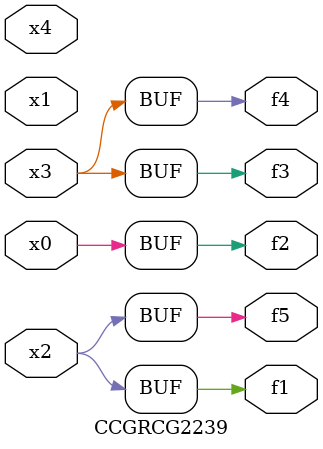
<source format=v>
module CCGRCG2239(
	input x0, x1, x2, x3, x4,
	output f1, f2, f3, f4, f5
);
	assign f1 = x2;
	assign f2 = x0;
	assign f3 = x3;
	assign f4 = x3;
	assign f5 = x2;
endmodule

</source>
